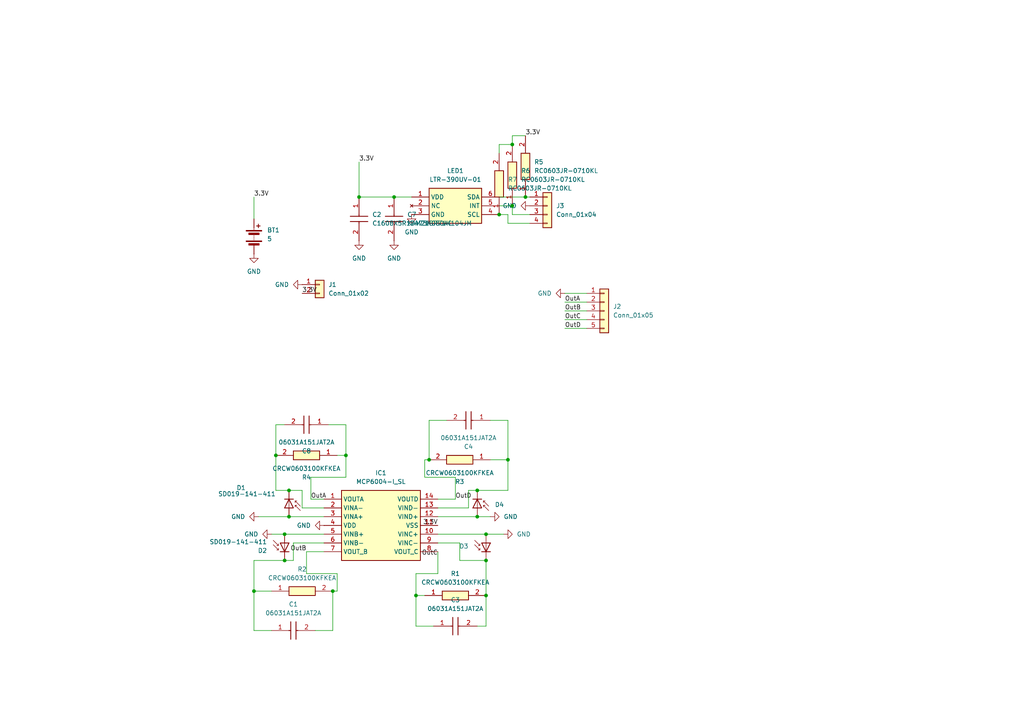
<source format=kicad_sch>
(kicad_sch (version 20250114) (generator "eeschema") (generator_version "9.0")
  (paper "A4")
  (lib_symbols
    (symbol "CUSTOM_SYMBOL:06031A151JAT2A" (pin_names (hide yes))
      (property "Reference" "C" (at 8.89 6.35 0))
      (property "Value" "06031A151JAT2A" (at 8.89 3.81 0))
      (symbol "06031A151JAT2A_1_1"
        (polyline (pts (xy 5.08 0) (xy 5.588 0)) (stroke (width 0.254)))
        (polyline (pts (xy 5.588 2.54) (xy 5.588 -2.54)) (stroke (width 0.254)))
        (polyline (pts (xy 7.112 2.54) (xy 7.112 -2.54)) (stroke (width 0.254)))
        (polyline (pts (xy 7.112 0) (xy 7.62 0)) (stroke (width 0.254)))
        (pin passive line (at 0 0 0) (length 5.08) (name "1") (number "1"))
        (pin passive line (at 12.7 0 180) (length 5.08) (name "2") (number "2"))
      )
    )
    (symbol "CUSTOM_SYMBOL:C1608X5R1E475K080AC" (pin_names (hide yes))
      (property "Reference" "C" (at 8.89 6.35 0))
      (property "Value" "C1608X5R1E475K080AC" (at 8.89 3.81 0))
      (symbol "C1608X5R1E475K080AC_1_1"
        (polyline (pts (xy 5.08 0) (xy 5.588 0)) (stroke (width 0.254)))
        (polyline (pts (xy 5.588 2.54) (xy 5.588 -2.54)) (stroke (width 0.254)))
        (polyline (pts (xy 7.112 2.54) (xy 7.112 -2.54)) (stroke (width 0.254)))
        (polyline (pts (xy 7.112 0) (xy 7.62 0)) (stroke (width 0.254)))
        (pin passive line (at 0 0 0) (length 5.08) (name "1") (number "1"))
        (pin passive line (at 12.7 0 180) (length 5.08) (name "2") (number "2"))
      )
    )
    (symbol "CUSTOM_SYMBOL:CRCW0603100KFKEA" (pin_names (hide yes))
      (property "Reference" "R" (at 13.97 6.35 0))
      (property "Value" "CRCW0603100KFKEA" (at 13.97 3.81 0))
      (symbol "CRCW0603100KFKEA_1_1"
        (rectangle (start 5.08 1.27) (end 12.7 -1.27) (stroke (width 0.254)) (fill (type background)))
        (pin passive line (at 0 0 0) (length 5.08) (name "1") (number "1"))
        (pin passive line (at 17.78 0 180) (length 5.08) (name "2") (number "2"))
      )
    )
    (symbol "CUSTOM_SYMBOL:KAM21BR71H104JM" (pin_names (hide yes))
      (property "Reference" "C" (at 8.89 6.35 0))
      (property "Value" "KAM21BR71H104JM" (at 8.89 3.81 0))
      (symbol "KAM21BR71H104JM_1_1"
        (polyline (pts (xy 5.08 0) (xy 5.588 0)) (stroke (width 0.254)))
        (polyline (pts (xy 5.588 2.54) (xy 5.588 -2.54)) (stroke (width 0.254)))
        (polyline (pts (xy 7.112 2.54) (xy 7.112 -2.54)) (stroke (width 0.254)))
        (polyline (pts (xy 7.112 0) (xy 7.62 0)) (stroke (width 0.254)))
        (pin passive line (at 0 0 0) (length 5.08) (name "1") (number "1"))
        (pin passive line (at 12.7 0 180) (length 5.08) (name "2") (number "2"))
      )
    )
    (symbol "CUSTOM_SYMBOL:LTR-390UV-01"
      (property "Reference" "LED" (at 21.59 7.62 0))
      (property "Value" "LTR-390UV-01" (at 21.59 5.08 0))
      (symbol "LTR-390UV-01_1_1"
        (rectangle (start 5.08 2.54) (end 20.32 -7.62) (stroke (width 0.254)) (fill (type background)))
        (pin passive line (at 0 0 0) (length 5.08) (name "VDD") (number "1"))
        (pin no_connect line (at 0 -2.54 0) (length 5.08) (name "NC") (number "2"))
        (pin passive line (at 0 -5.08 0) (length 5.08) (name "GND") (number "3"))
        (pin passive line (at 25.4 0 180) (length 5.08) (name "SDA") (number "6"))
        (pin passive line (at 25.4 -2.54 180) (length 5.08) (name "INT") (number "5"))
        (pin passive line (at 25.4 -5.08 180) (length 5.08) (name "SCL") (number "4"))
      )
    )
    (symbol "CUSTOM_SYMBOL:MCP6004-I_SL"
      (property "Reference" "IC" (at 29.21 7.62 0))
      (property "Value" "MCP6004-I_SL" (at 29.21 5.08 0))
      (symbol "MCP6004-I_SL_1_1"
        (rectangle (start 5.08 2.54) (end 27.94 -17.78) (stroke (width 0.254)) (fill (type background)))
        (pin passive line (at 0 0 0) (length 5.08) (name "VOUTA") (number "1"))
        (pin passive line (at 0 -2.54 0) (length 5.08) (name "VINA-") (number "2"))
        (pin passive line (at 0 -5.08 0) (length 5.08) (name "VINA+") (number "3"))
        (pin passive line (at 0 -7.62 0) (length 5.08) (name "VDD") (number "4"))
        (pin passive line (at 0 -10.16 0) (length 5.08) (name "VINB+") (number "5"))
        (pin passive line (at 0 -12.7 0) (length 5.08) (name "VINB-") (number "6"))
        (pin passive line (at 0 -15.24 0) (length 5.08) (name "VOUT_B") (number "7"))
        (pin passive line (at 33.02 0 180) (length 5.08) (name "VOUTD") (number "14"))
        (pin passive line (at 33.02 -2.54 180) (length 5.08) (name "VIND-") (number "13"))
        (pin passive line (at 33.02 -5.08 180) (length 5.08) (name "VIND+") (number "12"))
        (pin passive line (at 33.02 -7.62 180) (length 5.08) (name "VSS") (number "11"))
        (pin passive line (at 33.02 -10.16 180) (length 5.08) (name "VINC+") (number "10"))
        (pin passive line (at 33.02 -12.7 180) (length 5.08) (name "VINC-") (number "9"))
        (pin passive line (at 33.02 -15.24 180) (length 5.08) (name "VOUT_C") (number "8"))
      )
    )
    (symbol "CUSTOM_SYMBOL:RC0603JR-0710KL" (pin_names (hide yes))
      (property "Reference" "R" (at 13.97 6.35 0))
      (property "Value" "RC0603JR-0710KL" (at 13.97 3.81 0))
      (symbol "RC0603JR-0710KL_1_1"
        (rectangle (start 5.08 1.27) (end 12.7 -1.27) (stroke (width 0.254)) (fill (type background)))
        (pin passive line (at 0 0 0) (length 5.08) (name "1") (number "1"))
        (pin passive line (at 17.78 0 180) (length 5.08) (name "2") (number "2"))
      )
    )
    (symbol "CUSTOM_SYMBOL:SD019-141-411" (pin_numbers (hide yes)) (pin_names (hide yes))
      (property "Reference" "D" (at 0.508 1.778 0))
      (property "Value" "SD019-141-411" (at -1.016 -2.794 0))
      (symbol "SD019-141-411_0_1"
        (polyline (pts (xy -2.54 1.27) (xy -2.54 -1.27)) (stroke (width 0.254)))
        (polyline (pts (xy -2.032 1.778) (xy -1.524 1.778)))
        (polyline (pts (xy -0.508 3.302) (xy -2.032 1.778) (xy -2.032 2.286)))
        (polyline (pts (xy 0 0) (xy -2.54 0)))
        (polyline (pts (xy 0 -1.27) (xy 0 1.27) (xy -2.54 0) (xy 0 -1.27)) (stroke (width 0.254)))
        (polyline (pts (xy 0.762 3.302) (xy -0.762 1.778) (xy -0.762 2.286) (xy -0.762 1.778) (xy -0.254 1.778)))
      )
      (symbol "SD019-141-411_1_1"
        (pin passive line (at -5.08 0 0) (length 2.54) (name "K") (number "2"))
        (pin passive line (at 2.54 0 180) (length 2.54) (name "A") (number "1"))
      )
    )
    (symbol "CUSTOM_SYMBOL:WP7113PD1BT/BD-P22" (pin_numbers (hide yes)) (pin_names (hide yes))
      (property "Reference" "D" (at 0.508 1.778 0))
      (property "Value" "WP7113PD1BT/BD-P22" (at -1.016 -2.794 0))
      (symbol "WP7113PD1BT/BD-P22_0_1"
        (polyline (pts (xy -2.54 1.27) (xy -2.54 -1.27)) (stroke (width 0.254)))
        (polyline (pts (xy -2.032 1.778) (xy -1.524 1.778)))
        (polyline (pts (xy -0.508 3.302) (xy -2.032 1.778) (xy -2.032 2.286)))
        (polyline (pts (xy 0 0) (xy -2.54 0)))
        (polyline (pts (xy 0 -1.27) (xy 0 1.27) (xy -2.54 0) (xy 0 -1.27)) (stroke (width 0.254)))
        (polyline (pts (xy 0.762 3.302) (xy -0.762 1.778) (xy -0.762 2.286) (xy -0.762 1.778) (xy -0.254 1.778)))
      )
      (symbol "WP7113PD1BT/BD-P22_1_1"
        (pin passive line (at -5.08 0 0) (length 2.54) (name "K") (number "2"))
        (pin passive line (at 2.54 0 180) (length 2.54) (name "A") (number "1"))
      )
    )
    (symbol "Connector_Generic:Conn_01x02" (pin_names (offset 1.016) (hide yes))
      (property "Reference" "J" (at 0 2.54 0))
      (property "Value" "Conn_01x02" (at 0 -5.08 0))
      (symbol "Conn_01x02_1_1"
        (rectangle (start -1.27 1.27) (end 1.27 -3.81) (stroke (width 0.254)) (fill (type background)))
        (rectangle (start -1.27 0.127) (end 0 -0.127) (stroke (width 0.1524)))
        (rectangle (start -1.27 -2.413) (end 0 -2.667) (stroke (width 0.1524)))
        (pin passive line (at -5.08 0 0) (length 3.81) (name "Pin_1") (number "1"))
        (pin passive line (at -5.08 -2.54 0) (length 3.81) (name "Pin_2") (number "2"))
      )
    )
    (symbol "Connector_Generic:Conn_01x04" (pin_names (offset 1.016) (hide yes))
      (property "Reference" "J" (at 0 5.08 0))
      (property "Value" "Conn_01x04" (at 0 -7.62 0))
      (symbol "Conn_01x04_1_1"
        (rectangle (start -1.27 3.81) (end 1.27 -6.35) (stroke (width 0.254)) (fill (type background)))
        (rectangle (start -1.27 2.667) (end 0 2.413) (stroke (width 0.1524)))
        (rectangle (start -1.27 0.127) (end 0 -0.127) (stroke (width 0.1524)))
        (rectangle (start -1.27 -2.413) (end 0 -2.667) (stroke (width 0.1524)))
        (rectangle (start -1.27 -4.953) (end 0 -5.207) (stroke (width 0.1524)))
        (pin passive line (at -5.08 2.54 0) (length 3.81) (name "Pin_1") (number "1"))
        (pin passive line (at -5.08 0 0) (length 3.81) (name "Pin_2") (number "2"))
        (pin passive line (at -5.08 -2.54 0) (length 3.81) (name "Pin_3") (number "3"))
        (pin passive line (at -5.08 -5.08 0) (length 3.81) (name "Pin_4") (number "4"))
      )
    )
    (symbol "Connector_Generic:Conn_01x05" (pin_names (offset 1.016) (hide yes))
      (property "Reference" "J" (at 0 7.62 0))
      (property "Value" "Conn_01x05" (at 0 -7.62 0))
      (symbol "Conn_01x05_1_1"
        (rectangle (start -1.27 6.35) (end 1.27 -6.35) (stroke (width 0.254)) (fill (type background)))
        (rectangle (start -1.27 5.207) (end 0 4.953) (stroke (width 0.1524)))
        (rectangle (start -1.27 2.667) (end 0 2.413) (stroke (width 0.1524)))
        (rectangle (start -1.27 0.127) (end 0 -0.127) (stroke (width 0.1524)))
        (rectangle (start -1.27 -2.413) (end 0 -2.667) (stroke (width 0.1524)))
        (rectangle (start -1.27 -4.953) (end 0 -5.207) (stroke (width 0.1524)))
        (pin passive line (at -5.08 5.08 0) (length 3.81) (name "Pin_1") (number "1"))
        (pin passive line (at -5.08 2.54 0) (length 3.81) (name "Pin_2") (number "2"))
        (pin passive line (at -5.08 0 0) (length 3.81) (name "Pin_3") (number "3"))
        (pin passive line (at -5.08 -2.54 0) (length 3.81) (name "Pin_4") (number "4"))
        (pin passive line (at -5.08 -5.08 0) (length 3.81) (name "Pin_5") (number "5"))
      )
    )
    (symbol "Device:Battery" (pin_numbers (hide yes)) (pin_names (offset 0) (hide yes))
      (property "Reference" "BT" (at 2.54 2.54 0))
      (property "Value" "Battery" (at 2.54 0 0))
      (symbol "Battery_0_1"
        (rectangle (start -2.286 1.778) (end 2.286 1.524) (fill (type outline)))
        (rectangle (start -2.286 -1.27) (end 2.286 -1.524) (fill (type outline)))
        (rectangle (start -1.524 1.016) (end 1.524 0.508) (fill (type outline)))
        (rectangle (start -1.524 -2.032) (end 1.524 -2.54) (fill (type outline)))
        (polyline (pts (xy 0 1.778) (xy 0 2.54)))
        (polyline (pts (xy 0 0) (xy 0 0.254)))
        (polyline (pts (xy 0 -0.508) (xy 0 -0.254)))
        (polyline (pts (xy 0 -1.016) (xy 0 -0.762)))
        (polyline (pts (xy 0.762 3.048) (xy 1.778 3.048)) (stroke (width 0.254)))
        (polyline (pts (xy 1.27 3.556) (xy 1.27 2.54)) (stroke (width 0.254)))
      )
      (symbol "Battery_1_1"
        (pin passive line (at 0 5.08 270) (length 2.54) (name "+") (number "1"))
        (pin passive line (at 0 -5.08 90) (length 2.54) (name "-") (number "2"))
      )
    )
    (symbol "SD019-141-411_1" (pin_numbers (hide yes)) (pin_names (hide yes))
      (property "Reference" "D" (at 0.508 1.778 0))
      (property "Value" "SD019-141-411" (at -1.016 -2.794 0))
      (symbol "SD019-141-411_1_0_1"
        (polyline (pts (xy -2.54 1.27) (xy -2.54 -1.27)) (stroke (width 0.254)))
        (polyline (pts (xy -2.032 1.778) (xy -1.524 1.778)))
        (polyline (pts (xy -0.508 3.302) (xy -2.032 1.778) (xy -2.032 2.286)))
        (polyline (pts (xy 0 0) (xy -2.54 0)))
        (polyline (pts (xy 0 -1.27) (xy 0 1.27) (xy -2.54 0) (xy 0 -1.27)) (stroke (width 0.254)))
        (polyline (pts (xy 0.762 3.302) (xy -0.762 1.778) (xy -0.762 2.286) (xy -0.762 1.778) (xy -0.254 1.778)))
      )
      (symbol "SD019-141-411_1_1_1"
        (pin passive line (at -5.08 0 0) (length 2.54) (name "K") (number "2"))
        (pin passive line (at 2.54 0 180) (length 2.54) (name "A") (number "1"))
      )
    )
    (symbol "SD019-141-411_2" (pin_numbers (hide yes)) (pin_names (hide yes))
      (property "Reference" "D" (at 0.508 1.778 0))
      (property "Value" "SD019-141-411" (at -1.016 -2.794 0))
      (symbol "SD019-141-411_2_0_1"
        (polyline (pts (xy -2.54 1.27) (xy -2.54 -1.27)) (stroke (width 0.254)))
        (polyline (pts (xy -2.032 1.778) (xy -1.524 1.778)))
        (polyline (pts (xy -0.508 3.302) (xy -2.032 1.778) (xy -2.032 2.286)))
        (polyline (pts (xy 0 0) (xy -2.54 0)))
        (polyline (pts (xy 0 -1.27) (xy 0 1.27) (xy -2.54 0) (xy 0 -1.27)) (stroke (width 0.254)))
        (polyline (pts (xy 0.762 3.302) (xy -0.762 1.778) (xy -0.762 2.286) (xy -0.762 1.778) (xy -0.254 1.778)))
      )
      (symbol "SD019-141-411_2_1_1"
        (pin passive line (at -5.08 0 0) (length 2.54) (name "K") (number "2"))
        (pin passive line (at 2.54 0 180) (length 2.54) (name "A") (number "1"))
      )
    )
    (symbol "power:GND" (power) (pin_numbers (hide yes)) (pin_names (offset 0) (hide yes))
      (property "Value" "GND" (at 0 -3.81 0))
      (symbol "GND_0_1"
        (polyline (pts (xy 0 0) (xy 0 -1.27) (xy 1.27 -1.27) (xy 0 -2.54) (xy -1.27 -1.27) (xy 0 -1.27)))
      )
      (symbol "GND_1_1"
        (pin power_in line (at 0 0 270) (length 0) (name "~") (number "1"))
      )
    )
  )
  (junction (at 100.33 132.08))
  (junction (at 73.66 171.45))
  (junction (at 147.32 133.35))
  (junction (at 140.97 162.56))
  (junction (at 148.59 41.91))
  (junction (at 148.59 59.69))
  (junction (at 138.43 149.86))
  (junction (at 120.65 172.72))
  (junction (at 144.78 62.23))
  (junction (at 83.82 142.24))
  (junction (at 124.46 133.35))
  (junction (at 96.52 171.45))
  (junction (at 82.55 162.56))
  (junction (at 114.3 57.15))
  (junction (at 80.01 132.08))
  (junction (at 140.97 172.72))
  (junction (at 138.43 142.24))
  (junction (at 140.97 154.94))
  (junction (at 82.55 154.94))
  (junction (at 104.14 57.15))
  (junction (at 152.4 57.15))
  (junction (at 83.82 149.86))
  (wire (pts (xy 146.05 154.94) (xy 140.97 154.94)))
  (wire (pts (xy 90.17 144.78) (xy 93.98 144.78)))
  (wire (pts (xy 90.17 144.78) (xy 90.17 138.43)))
  (wire (pts (xy 133.35 157.48) (xy 133.35 162.56)))
  (wire (pts (xy 132.08 138.43) (xy 123.19 138.43)))
  (wire (pts (xy 148.59 41.91) (xy 148.59 39.37)))
  (wire (pts (xy 170.18 87.63) (xy 163.83 87.63)))
  (wire (pts (xy 132.08 144.78) (xy 132.08 138.43)))
  (wire (pts (xy 82.55 154.94) (xy 78.74 154.94)))
  (wire (pts (xy 138.43 142.24) (xy 147.32 142.24)))
  (wire (pts (xy 87.63 142.24) (xy 83.82 142.24)))
  (wire (pts (xy 104.14 57.15) (xy 104.14 46.99)))
  (wire (pts (xy 83.82 149.86) (xy 93.98 149.86)))
  (wire (pts (xy 140.97 162.56) (xy 140.97 172.72)))
  (wire (pts (xy 93.98 154.94) (xy 82.55 154.94)))
  (wire (pts (xy 127 149.86) (xy 138.43 149.86)))
  (wire (pts (xy 73.66 63.5) (xy 73.66 57.15)))
  (wire (pts (xy 73.66 171.45) (xy 73.66 182.88)))
  (wire (pts (xy 88.9 160.02) (xy 88.9 166.37)))
  (wire (pts (xy 93.98 160.02) (xy 88.9 160.02)))
  (wire (pts (xy 140.97 162.56) (xy 133.35 162.56)))
  (wire (pts (xy 147.32 64.77) (xy 153.67 64.77)))
  (wire (pts (xy 138.43 149.86) (xy 142.24 149.86)))
  (wire (pts (xy 96.52 182.88) (xy 96.52 171.45)))
  (wire (pts (xy 82.55 123.19) (xy 80.01 123.19)))
  (wire (pts (xy 127 166.37) (xy 120.65 166.37)))
  (wire (pts (xy 147.32 62.23) (xy 147.32 64.77)))
  (wire (pts (xy 140.97 154.94) (xy 127 154.94)))
  (wire (pts (xy 73.66 171.45) (xy 78.74 171.45)))
  (wire (pts (xy 127 144.78) (xy 132.08 144.78)))
  (wire (pts (xy 120.65 181.61) (xy 125.73 181.61)))
  (wire (pts (xy 93.98 147.32) (xy 87.63 147.32)))
  (wire (pts (xy 83.82 142.24) (xy 80.01 142.24)))
  (wire (pts (xy 73.66 182.88) (xy 78.74 182.88)))
  (wire (pts (xy 93.98 157.48) (xy 85.09 157.48)))
  (wire (pts (xy 152.4 57.15) (xy 153.67 57.15)))
  (wire (pts (xy 147.32 142.24) (xy 147.32 133.35)))
  (wire (pts (xy 127 160.02) (xy 127 166.37)))
  (wire (pts (xy 148.59 62.23) (xy 153.67 62.23)))
  (wire (pts (xy 74.93 149.86) (xy 83.82 149.86)))
  (wire (pts (xy 100.33 132.08) (xy 97.79 132.08)))
  (wire (pts (xy 170.18 95.25) (xy 163.83 95.25)))
  (wire (pts (xy 120.65 172.72) (xy 120.65 181.61)))
  (wire (pts (xy 147.32 133.35) (xy 142.24 133.35)))
  (wire (pts (xy 97.79 166.37) (xy 97.79 171.45)))
  (wire (pts (xy 129.54 121.92) (xy 124.46 121.92)))
  (wire (pts (xy 80.01 123.19) (xy 80.01 132.08)))
  (wire (pts (xy 87.63 147.32) (xy 87.63 142.24)))
  (wire (pts (xy 97.79 171.45) (xy 96.52 171.45)))
  (wire (pts (xy 135.89 142.24) (xy 138.43 142.24)))
  (wire (pts (xy 144.78 41.91) (xy 148.59 41.91)))
  (wire (pts (xy 147.32 121.92) (xy 142.24 121.92)))
  (wire (pts (xy 170.18 92.71) (xy 163.83 92.71)))
  (wire (pts (xy 124.46 121.92) (xy 124.46 133.35)))
  (wire (pts (xy 88.9 166.37) (xy 97.79 166.37)))
  (wire (pts (xy 144.78 59.69) (xy 148.59 59.69)))
  (wire (pts (xy 123.19 133.35) (xy 124.46 133.35)))
  (wire (pts (xy 147.32 133.35) (xy 147.32 121.92)))
  (wire (pts (xy 80.01 142.24) (xy 80.01 132.08)))
  (wire (pts (xy 100.33 132.08) (xy 100.33 123.19)))
  (wire (pts (xy 135.89 147.32) (xy 135.89 142.24)))
  (wire (pts (xy 85.09 162.56) (xy 82.55 162.56)))
  (wire (pts (xy 73.66 162.56) (xy 73.66 171.45)))
  (wire (pts (xy 140.97 181.61) (xy 140.97 172.72)))
  (wire (pts (xy 144.78 62.23) (xy 147.32 62.23)))
  (wire (pts (xy 91.44 182.88) (xy 96.52 182.88)))
  (wire (pts (xy 114.3 57.15) (xy 119.38 57.15)))
  (wire (pts (xy 104.14 57.15) (xy 114.3 57.15)))
  (wire (pts (xy 90.17 138.43) (xy 100.33 138.43)))
  (wire (pts (xy 85.09 157.48) (xy 85.09 162.56)))
  (wire (pts (xy 127 147.32) (xy 135.89 147.32)))
  (wire (pts (xy 100.33 123.19) (xy 95.25 123.19)))
  (wire (pts (xy 144.78 41.91) (xy 144.78 44.45)))
  (wire (pts (xy 144.78 57.15) (xy 152.4 57.15)))
  (wire (pts (xy 127 157.48) (xy 133.35 157.48)))
  (wire (pts (xy 82.55 162.56) (xy 73.66 162.56)))
  (wire (pts (xy 170.18 85.09) (xy 163.83 85.09)))
  (wire (pts (xy 123.19 138.43) (xy 123.19 133.35)))
  (wire (pts (xy 120.65 172.72) (xy 123.19 172.72)))
  (wire (pts (xy 148.59 39.37) (xy 152.4 39.37)))
  (wire (pts (xy 148.59 59.69) (xy 148.59 62.23)))
  (wire (pts (xy 100.33 138.43) (xy 100.33 132.08)))
  (wire (pts (xy 138.43 181.61) (xy 140.97 181.61)))
  (wire (pts (xy 170.18 90.17) (xy 163.83 90.17)))
  (wire (pts (xy 120.65 166.37) (xy 120.65 172.72)))
  (label "3.3V" (at 87.63 85.09 0))
  (label "3.3V" (at 127 152.4 180))
  (label "OutD" (at 163.83 95.25 0))
  (label "3.3V" (at 73.66 57.15 0))
  (label "OutD" (at 132.08 144.78 0))
  (label "3.3V" (at 104.14 46.99 0))
  (label "OutC" (at 127 161.29 180))
  (label "OutB" (at 88.9 160.02 180))
  (label "OutB" (at 163.83 90.17 0))
  (label "OutA" (at 163.83 87.63 0))
  (label "OutA" (at 90.17 144.78 0))
  (label "3.3V" (at 152.4 39.37 0))
  (label "OutC" (at 163.83 92.71 0))
  (symbol (lib_id "CUSTOM_SYMBOL:06031A151JAT2A") (at 78.74 182.88 0) (unit 1)
    (property "Reference" "C1" (at 85.09 175.26 0))
    (property "Value" "06031A151JAT2A" (at 85.09 177.8 0))
    (property "Footprint" "CUSTOM_LIBRARY:CAPC1608X90N" (effects (hide yes)))
    (property "Datasheet" "https://componentsearchengine.com/Datasheets/1/06031A100FAT2A.pdf" (effects (hide yes)))
    (property "Description" "AVX 0603 150pF Ceramic Multilayer Capacitor, 100 V dc, +125C, C0G, NP0 Dielectric, +/-5%" (effects (hide yes)))
    (property "Height" "0.9" (effects (hide yes)))
    (property "Manufacturer_Name" "Kyocera AVX" (effects (hide yes)))
    (property "Manufacturer_Part_Number" "06031A151JAT2A" (effects (hide yes)))
  )
  (symbol (lib_id "CUSTOM_SYMBOL:MCP6004-I_SL") (at 93.98 144.78 0) (unit 1)
    (property "Reference" "IC1" (at 110.49 137.16 0))
    (property "Value" "MCP6004-I_SL" (at 110.49 139.7 0))
    (property "Footprint" "SOIC127P600X175-14N" (effects (hide yes)))
    (property "Datasheet" "https://datasheet.datasheetarchive.com/originals/distributors/Datasheets-DGA24/1612149.pdf" (effects (hide yes)))
    (property "Description" "1MHz Low Power Quad Op Amplifier" (effects (hide yes)))
    (property "Height" "1.75" (effects (hide yes)))
    (property "Manufacturer_Name" "Microchip" (effects (hide yes)))
    (property "Manufacturer_Part_Number" "MCP6004-I/SL" (effects (hide yes)))
  )
  (symbol (lib_id "CUSTOM_SYMBOL:CRCW0603100KFKEA") (at 97.79 132.08 180) (unit 1)
    (property "Reference" "R4" (at 88.9 138.43 0))
    (property "Value" "CRCW0603100KFKEA" (at 88.9 135.89 0))
    (property "Footprint" "CUSTOM_LIBRARY:RESC1608X50N" (effects (hide yes)))
    (property "Datasheet" "http://www.vishay.com/docs/20035/dcrcwe3.pdf" (effects (hide yes)))
    (property "Description" "CRCW0603 Resistor T/R 0.10W,1%,100K Vishay CRCW Series Thick Film Surface Mount Resistor 0603 Case 100kOhm ?1% 0.1W ?100ppm/?C" (effects (hide yes)))
    (property "Height" "0.5" (effects (hide yes)))
    (property "Manufacturer_Name" "Vishay" (effects (hide yes)))
    (property "Manufacturer_Part_Number" "CRCW0603100KFKEA" (effects (hide yes)))
  )
  (symbol (lib_id "CUSTOM_SYMBOL:RC0603JR-0710KL") (at 144.78 62.23 90) (unit 1)
    (property "Reference" "R7" (at 147.32 52.0699 90) (effects (justify right)))
    (property "Value" "RC0603JR-0710KL" (at 147.32 54.6099 90) (effects (justify right)))
    (property "Footprint" "RESC1608X55N" (effects (hide yes)))
    (property "Datasheet" "https://componentsearchengine.com/Datasheets/2/RC0603JR-0710KL.pdf" (effects (hide yes)))
    (property "Description" "Yageo 10k, 0603 (1608M) Thick Film Surface Mount Fixed Resistor +/-5% 0.1W - RC0603JR-0710KL" (effects (hide yes)))
    (property "Height" "0.55" (effects (hide yes)))
    (property "Manufacturer_Name" "YAGEO" (effects (hide yes)))
    (property "Manufacturer_Part_Number" "RC0603JR-0710KL" (effects (hide yes)))
  )
  (symbol (lib_id "CUSTOM_SYMBOL:RC0603JR-0710KL") (at 152.4 57.15 90) (unit 1)
    (property "Reference" "R5" (at 154.94 46.9899 90) (effects (justify right)))
    (property "Value" "RC0603JR-0710KL" (at 154.94 49.5299 90) (effects (justify right)))
    (property "Footprint" "RESC1608X55N" (effects (hide yes)))
    (property "Datasheet" "https://componentsearchengine.com/Datasheets/2/RC0603JR-0710KL.pdf" (effects (hide yes)))
    (property "Description" "Yageo 10k, 0603 (1608M) Thick Film Surface Mount Fixed Resistor +/-5% 0.1W - RC0603JR-0710KL" (effects (hide yes)))
    (property "Height" "0.55" (effects (hide yes)))
    (property "Manufacturer_Name" "YAGEO" (effects (hide yes)))
    (property "Manufacturer_Part_Number" "RC0603JR-0710KL" (effects (hide yes)))
  )
  (symbol (lib_name "SD019-141-411_1") (lib_id "CUSTOM_SYMBOL:SD019-141-411") (at 82.55 157.48 90) (unit 1)
    (property "Reference" "D2" (at 77.47 159.7026 90) (effects (justify left)))
    (property "Value" "SD019-141-411" (at 77.47 157.1626 90) (effects (justify left)))
    (property "Footprint" "CUSTOM_LIBRARY:SD019-141-411" (effects (hide yes)))
    (property "Description" "Photodiode" (effects (hide yes)))
  )
  (symbol (lib_id "CUSTOM_SYMBOL:06031A151JAT2A") (at 95.25 123.19 180) (unit 1)
    (property "Reference" "C8" (at 88.9 130.81 0))
    (property "Value" "06031A151JAT2A" (at 88.9 128.27 0))
    (property "Footprint" "CUSTOM_LIBRARY:CAPC1608X90N" (effects (hide yes)))
    (property "Datasheet" "https://componentsearchengine.com/Datasheets/1/06031A100FAT2A.pdf" (effects (hide yes)))
    (property "Description" "AVX 0603 150pF Ceramic Multilayer Capacitor, 100 V dc, +125C, C0G, NP0 Dielectric, +/-5%" (effects (hide yes)))
    (property "Height" "0.9" (effects (hide yes)))
    (property "Manufacturer_Name" "Kyocera AVX" (effects (hide yes)))
    (property "Manufacturer_Part_Number" "06031A151JAT2A" (effects (hide yes)))
  )
  (symbol (lib_id "power:GND") (at 104.14 69.85 0) (unit 1)
    (property "Reference" "#PWR04" (effects (hide yes)))
    (property "Value" "GND" (at 104.14 74.93 0))
    (property "Description" "Power symbol creates a global label with name \"GND\" , ground" (effects (hide yes)))
  )
  (symbol (lib_id "Connector_Generic:Conn_01x05") (at 175.26 90.17 0) (unit 1)
    (property "Reference" "J2" (at 177.8 88.8999 0) (effects (justify left)))
    (property "Value" "Conn_01x05" (at 177.8 91.4399 0) (effects (justify left)))
    (property "Footprint" "Connector_PinHeader_1.00mm:PinHeader_1x05_P1.00mm_Vertical" (effects (hide yes)))
    (property "Description" "Generic connector, single row, 01x05, script generated (kicad-library-utils/schlib/autogen/connector/)" (effects (hide yes)))
  )
  (symbol (lib_id "power:GND") (at 87.63 82.55 270) (unit 1)
    (property "Reference" "#PWR012" (effects (hide yes)))
    (property "Value" "GND" (at 83.82 82.5499 90) (effects (justify right)))
    (property "Description" "Power symbol creates a global label with name \"GND\" , ground" (effects (hide yes)))
  )
  (symbol (lib_id "Connector_Generic:Conn_01x02") (at 92.71 82.55 0) (unit 1)
    (property "Reference" "J1" (at 95.25 82.5499 0) (effects (justify left)))
    (property "Value" "Conn_01x02" (at 95.25 85.0899 0) (effects (justify left)))
    (property "Footprint" "CUSTOM_LIBRARY:SHDR4W64P0X254_1X4_1020X580X1175P" (effects (hide yes)))
    (property "Description" "Generic connector, single row, 01x02, script generated (kicad-library-utils/schlib/autogen/connector/)" (effects (hide yes)))
  )
  (symbol (lib_id "CUSTOM_SYMBOL:KAM21BR71H104JM") (at 114.3 57.15 270) (unit 1)
    (property "Reference" "C7" (at 118.11 62.2299 90) (effects (justify left)))
    (property "Value" "KAM21BR71H104JM" (at 118.11 64.7699 90) (effects (justify left)))
    (property "Footprint" "CUSTOM_LIBRARY:CAPC2012X94N" (effects (hide yes)))
    (property "Datasheet" "https://www.mouser.dk/ProductDetail/KYOCERA-AVX/KAM21BR71H104JM?qs=sGAEpiMZZMuMW9TJLBQkXqLYvz3DzaXfcS9olcxY6vM%3D" (effects (hide yes)))
    (property "Description" "Multilayer Ceramic Capacitors MLCC - SMD/SMT 50V 0.1uF X7R 0805 5% AEC-Q200" (effects (hide yes)))
    (property "Height" "0.94" (effects (hide yes)))
    (property "Mouser Part Number" "581-KAM21BR71H104JM" (effects (hide yes)))
    (property "Mouser Price/Stock" "https://www.mouser.co.uk/ProductDetail/KYOCERA-AVX/KAM21BR71H104JM?qs=Jm2GQyTW%2FbjKdz3nqUKYQg%3D%3D" (effects (hide yes)))
    (property "Manufacturer_Name" "Kyocera AVX" (effects (hide yes)))
    (property "Manufacturer_Part_Number" "KAM21BR71H104JM" (effects (hide yes)))
  )
  (symbol (lib_id "CUSTOM_SYMBOL:06031A151JAT2A") (at 125.73 181.61 0) (unit 1)
    (property "Reference" "C3" (at 132.08 173.99 0))
    (property "Value" "06031A151JAT2A" (at 132.08 176.53 0))
    (property "Footprint" "CUSTOM_LIBRARY:CAPC1608X90N" (effects (hide yes)))
    (property "Datasheet" "https://componentsearchengine.com/Datasheets/1/06031A100FAT2A.pdf" (effects (hide yes)))
    (property "Description" "AVX 0603 150pF Ceramic Multilayer Capacitor, 100 V dc, +125C, C0G, NP0 Dielectric, +/-5%" (effects (hide yes)))
    (property "Height" "0.9" (effects (hide yes)))
    (property "Manufacturer_Name" "Kyocera AVX" (effects (hide yes)))
    (property "Manufacturer_Part_Number" "06031A151JAT2A" (effects (hide yes)))
  )
  (symbol (lib_id "power:GND") (at 78.74 154.94 270) (unit 1)
    (property "Reference" "#PWR08" (effects (hide yes)))
    (property "Value" "GND" (at 74.93 154.9401 90) (effects (justify right)))
    (property "Description" "Power symbol creates a global label with name \"GND\" , ground" (effects (hide yes)))
  )
  (symbol (lib_id "CUSTOM_SYMBOL:06031A151JAT2A") (at 142.24 121.92 180) (unit 1)
    (property "Reference" "C4" (at 135.89 129.54 0))
    (property "Value" "06031A151JAT2A" (at 135.89 127 0))
    (property "Footprint" "CUSTOM_LIBRARY:CAPC1608X90N" (effects (hide yes)))
    (property "Datasheet" "https://componentsearchengine.com/Datasheets/1/06031A100FAT2A.pdf" (effects (hide yes)))
    (property "Description" "AVX 0603 150pF Ceramic Multilayer Capacitor, 100 V dc, +125C, C0G, NP0 Dielectric, +/-5%" (effects (hide yes)))
    (property "Height" "0.9" (effects (hide yes)))
    (property "Manufacturer_Name" "Kyocera AVX" (effects (hide yes)))
    (property "Manufacturer_Part_Number" "06031A151JAT2A" (effects (hide yes)))
  )
  (symbol (lib_id "CUSTOM_SYMBOL:CRCW0603100KFKEA") (at 142.24 133.35 180) (unit 1)
    (property "Reference" "R3" (at 133.35 139.7 0))
    (property "Value" "CRCW0603100KFKEA" (at 133.35 137.16 0))
    (property "Footprint" "CUSTOM_LIBRARY:RESC1608X50N" (effects (hide yes)))
    (property "Datasheet" "http://www.vishay.com/docs/20035/dcrcwe3.pdf" (effects (hide yes)))
    (property "Description" "CRCW0603 Resistor T/R 0.10W,1%,100K Vishay CRCW Series Thick Film Surface Mount Resistor 0603 Case 100kOhm ?1% 0.1W ?100ppm/?C" (effects (hide yes)))
    (property "Height" "0.5" (effects (hide yes)))
    (property "Manufacturer_Name" "Vishay" (effects (hide yes)))
    (property "Manufacturer_Part_Number" "CRCW0603100KFKEA" (effects (hide yes)))
  )
  (symbol (lib_id "Device:Battery") (at 73.66 68.58 0) (unit 1)
    (property "Reference" "BT1" (at 77.47 66.7384 0) (effects (justify left)))
    (property "Value" "5" (at 77.47 69.2784 0) (effects (justify left)))
    (property "Description" "Multiple-cell battery" (effects (hide yes)))
  )
  (symbol (lib_name "SD019-141-411_2") (lib_id "CUSTOM_SYMBOL:SD019-141-411") (at 140.97 157.48 90) (unit 1)
    (property "Reference" "D3" (at 135.89 158.4326 90) (effects (justify left)))
    (property "Value" "SD019-141-411" (effects (hide yes)))
    (property "Footprint" "CUSTOM_LIBRARY:SD019-141-411" (effects (hide yes)))
    (property "Description" "Photodiode" (effects (hide yes)))
  )
  (symbol (lib_id "power:GND") (at 73.66 73.66 0) (unit 1)
    (property "Reference" "#PWR02" (effects (hide yes)))
    (property "Value" "GND" (at 73.66 78.74 0))
    (property "Description" "Power symbol creates a global label with name \"GND\" , ground" (effects (hide yes)))
  )
  (symbol (lib_id "CUSTOM_SYMBOL:SD019-141-411") (at 83.82 147.32 270) (unit 1)
    (property "Reference" "D1" (at 68.58 141.478 90) (effects (justify left)))
    (property "Value" "SD019-141-411" (at 63.246 143.256 90) (effects (justify left)))
    (property "Footprint" "CUSTOM_LIBRARY:SD019-141-411" (effects (hide yes)))
    (property "Description" "Photodiode" (effects (hide yes)))
  )
  (symbol (lib_id "CUSTOM_SYMBOL:LTR-390UV-01") (at 119.38 57.15 0) (unit 1)
    (property "Reference" "LED1" (at 132.08 49.53 0))
    (property "Value" "LTR-390UV-01" (at 132.08 52.07 0))
    (property "Footprint" "CUSTOM_LIBRARY:LTR390UV01" (effects (hide yes)))
    (property "Datasheet" "https://www.arrow.com/en/products/ltr-390uv-01/lite-on-technology" (effects (hide yes)))
    (property "Description" "SENSOR OPT ULTRAVIOLET 6PINS" (effects (hide yes)))
    (property "Height" "0.9" (effects (hide yes)))
    (property "Mouser Part Number" "859-LTR390UV01" (effects (hide yes)))
    (property "Mouser Price/Stock" "https://www.mouser.co.uk/ProductDetail/LITEON/LTR-390UV-01?qs=g5ciJ0jwZaECcUd5i6p7%252Bg%3D%3D" (effects (hide yes)))
    (property "Manufacturer_Name" "Lite-On" (effects (hide yes)))
    (property "Manufacturer_Part_Number" "LTR-390UV-01" (effects (hide yes)))
  )
  (symbol (lib_id "CUSTOM_SYMBOL:C1608X5R1E475K080AC") (at 104.14 57.15 270) (unit 1)
    (property "Reference" "C2" (at 107.95 62.2299 90) (effects (justify left)))
    (property "Value" "C1608X5R1E475K080AC" (at 107.95 64.7699 90) (effects (justify left)))
    (property "Footprint" "CUSTOM_LIBRARY:CAPC1608X80N" (effects (hide yes)))
    (property "Datasheet" "https://product.tdk.com/info/en/catalog/datasheets/mlcc_commercial_midvoltage_en.pdf" (effects (hide yes)))
    (property "Description" "MULTILAYER CERAMIC CHIP CAPACITORS, 1608, Commercial grade, general (Up to 75V)" (effects (hide yes)))
    (property "Height" "0.8" (effects (hide yes)))
    (property "Manufacturer_Name" "TDK" (effects (hide yes)))
    (property "Manufacturer_Part_Number" "C1608X5R1E475K080AC" (effects (hide yes)))
  )
  (symbol (lib_id "Connector_Generic:Conn_01x04") (at 158.75 59.69 0) (unit 1)
    (property "Reference" "J3" (at 161.29 59.6899 0) (effects (justify left)))
    (property "Value" "Conn_01x04" (at 161.29 62.2299 0) (effects (justify left)))
    (property "Footprint" "Connector_PinHeader_1.00mm:PinHeader_1x04_P1.00mm_Vertical" (effects (hide yes)))
    (property "Description" "Generic connector, single row, 01x04, script generated (kicad-library-utils/schlib/autogen/connector/)" (effects (hide yes)))
  )
  (symbol (lib_id "CUSTOM_SYMBOL:WP7113PD1BT/BD-P22") (at 138.43 147.32 270) (unit 1)
    (property "Reference" "D4" (at 143.51 146.3674 90) (effects (justify left)))
    (property "Value" "WP7113PD1BT/BD-P22" (effects (hide yes)))
    (property "Footprint" "CUSTOM_LIBRARY:SD019-141-411" (effects (hide yes)))
    (property "Description" "Photodiode" (effects (hide yes)))
  )
  (symbol (lib_id "power:GND") (at 119.38 62.23 0) (unit 1)
    (property "Reference" "#PWR03" (effects (hide yes)))
    (property "Value" "GND" (at 119.38 67.31 0))
    (property "Description" "Power symbol creates a global label with name \"GND\" , ground" (effects (hide yes)))
  )
  (symbol (lib_id "CUSTOM_SYMBOL:CRCW0603100KFKEA") (at 78.74 171.45 0) (unit 1)
    (property "Reference" "R2" (at 87.63 165.1 0))
    (property "Value" "CRCW0603100KFKEA" (at 87.63 167.64 0))
    (property "Footprint" "CUSTOM_LIBRARY:RESC1608X50N" (effects (hide yes)))
    (property "Datasheet" "http://www.vishay.com/docs/20035/dcrcwe3.pdf" (effects (hide yes)))
    (property "Description" "CRCW0603 Resistor T/R 0.10W,1%,100K Vishay CRCW Series Thick Film Surface Mount Resistor 0603 Case 100kOhm ?1% 0.1W ?100ppm/?C" (effects (hide yes)))
    (property "Height" "0.5" (effects (hide yes)))
    (property "Manufacturer_Name" "Vishay" (effects (hide yes)))
    (property "Manufacturer_Part_Number" "CRCW0603100KFKEA" (effects (hide yes)))
  )
  (symbol (lib_id "CUSTOM_SYMBOL:RC0603JR-0710KL") (at 148.59 59.69 90) (unit 1)
    (property "Reference" "R6" (at 151.13 49.5299 90) (effects (justify right)))
    (property "Value" "RC0603JR-0710KL" (at 151.13 52.0699 90) (effects (justify right)))
    (property "Footprint" "RESC1608X55N" (effects (hide yes)))
    (property "Datasheet" "https://componentsearchengine.com/Datasheets/2/RC0603JR-0710KL.pdf" (effects (hide yes)))
    (property "Description" "Yageo 10k, 0603 (1608M) Thick Film Surface Mount Fixed Resistor +/-5% 0.1W - RC0603JR-0710KL" (effects (hide yes)))
    (property "Height" "0.55" (effects (hide yes)))
    (property "Manufacturer_Name" "YAGEO" (effects (hide yes)))
    (property "Manufacturer_Part_Number" "RC0603JR-0710KL" (effects (hide yes)))
  )
  (symbol (lib_id "power:GND") (at 153.67 59.69 270) (unit 1)
    (property "Reference" "#PWR013" (effects (hide yes)))
    (property "Value" "GND" (at 149.86 59.6899 90) (effects (justify right)))
    (property "Description" "Power symbol creates a global label with name \"GND\" , ground" (effects (hide yes)))
  )
  (symbol (lib_id "power:GND") (at 114.3 69.85 0) (unit 1)
    (property "Reference" "#PWR05" (effects (hide yes)))
    (property "Value" "GND" (at 114.3 74.93 0))
    (property "Description" "Power symbol creates a global label with name \"GND\" , ground" (effects (hide yes)))
  )
  (symbol (lib_id "CUSTOM_SYMBOL:CRCW0603100KFKEA") (at 123.19 172.72 0) (unit 1)
    (property "Reference" "R1" (at 132.08 166.37 0))
    (property "Value" "CRCW0603100KFKEA" (at 132.08 168.91 0))
    (property "Footprint" "CUSTOM_LIBRARY:RESC1608X50N" (effects (hide yes)))
    (property "Datasheet" "http://www.vishay.com/docs/20035/dcrcwe3.pdf" (effects (hide yes)))
    (property "Description" "CRCW0603 Resistor T/R 0.10W,1%,100K Vishay CRCW Series Thick Film Surface Mount Resistor 0603 Case 100kOhm ?1% 0.1W ?100ppm/?C" (effects (hide yes)))
    (property "Height" "0.5" (effects (hide yes)))
    (property "Manufacturer_Name" "Vishay" (effects (hide yes)))
    (property "Manufacturer_Part_Number" "CRCW0603100KFKEA" (effects (hide yes)))
  )
  (symbol (lib_id "power:GND") (at 74.93 149.86 270) (unit 1)
    (property "Reference" "#PWR01" (effects (hide yes)))
    (property "Value" "GND" (at 71.12 149.8599 90) (effects (justify right)))
    (property "Description" "Power symbol creates a global label with name \"GND\" , ground" (effects (hide yes)))
  )
  (symbol (lib_id "power:GND") (at 146.05 154.94 90) (unit 1)
    (property "Reference" "#PWR011" (effects (hide yes)))
    (property "Value" "GND" (at 149.86 154.9401 90) (effects (justify right)))
    (property "Description" "Power symbol creates a global label with name \"GND\" , ground" (effects (hide yes)))
  )
  (symbol (lib_id "power:GND") (at 163.83 85.09 270) (unit 1)
    (property "Reference" "#PWR07" (effects (hide yes)))
    (property "Value" "GND" (at 160.02 85.0899 90) (effects (justify right)))
    (property "Description" "Power symbol creates a global label with name \"GND\" , ground" (effects (hide yes)))
  )
  (symbol (lib_id "power:GND") (at 142.24 149.86 90) (unit 1)
    (property "Reference" "#PWR09" (effects (hide yes)))
    (property "Value" "GND" (at 146.05 149.8599 90) (effects (justify right)))
    (property "Description" "Power symbol creates a global label with name \"GND\" , ground" (effects (hide yes)))
  )
  (symbol (lib_id "power:GND") (at 93.98 152.4 270) (unit 1)
    (property "Reference" "#PWR06" (effects (hide yes)))
    (property "Value" "GND" (at 90.17 152.3999 90) (effects (justify right)))
    (property "Description" "Power symbol creates a global label with name \"GND\" , ground" (effects (hide yes)))
  )
)
</source>
